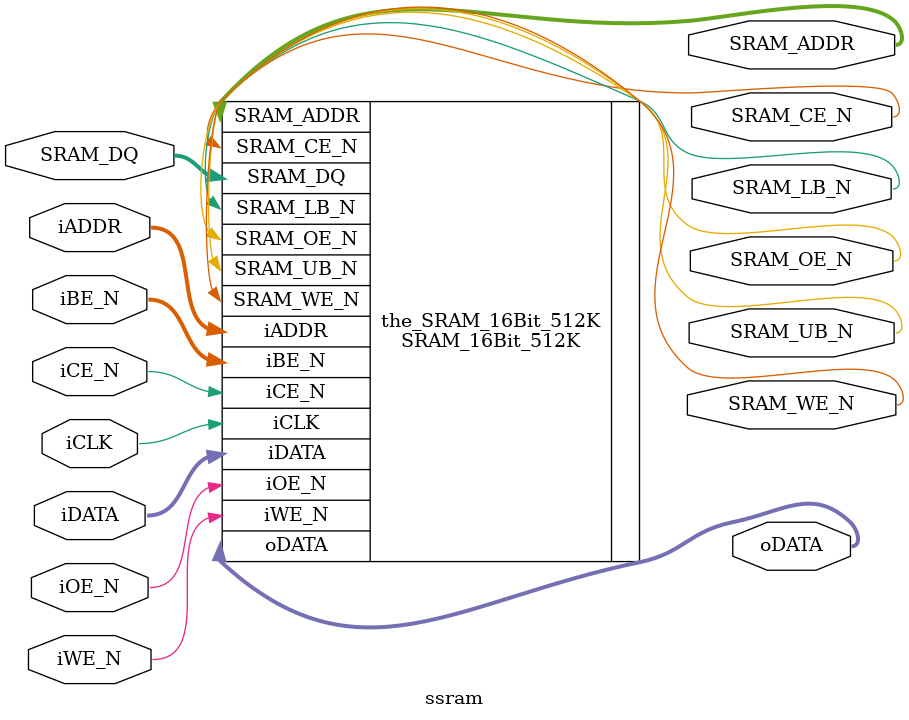
<source format=v>

`timescale 1ns / 1ps
// synthesis translate_on

// turn off superfluous verilog processor warnings 
// altera message_level Level1 
// altera message_off 10034 10035 10036 10037 10230 10240 10030 

module ssram (
               // inputs:
                iADDR,
                iBE_N,
                iCE_N,
                iCLK,
                iDATA,
                iOE_N,
                iWE_N,

               // outputs:
                SRAM_ADDR,
                SRAM_CE_N,
                SRAM_DQ,
                SRAM_LB_N,
                SRAM_OE_N,
                SRAM_UB_N,
                SRAM_WE_N,
                oDATA
             )
;

  output  [ 17: 0] SRAM_ADDR;
  output           SRAM_CE_N;
  inout   [ 15: 0] SRAM_DQ;
  output           SRAM_LB_N;
  output           SRAM_OE_N;
  output           SRAM_UB_N;
  output           SRAM_WE_N;
  output  [ 15: 0] oDATA;
  input   [ 17: 0] iADDR;
  input   [  1: 0] iBE_N;
  input            iCE_N;
  input            iCLK;
  input   [ 15: 0] iDATA;
  input            iOE_N;
  input            iWE_N;

  wire    [ 17: 0] SRAM_ADDR;
  wire             SRAM_CE_N;
  wire    [ 15: 0] SRAM_DQ;
  wire             SRAM_LB_N;
  wire             SRAM_OE_N;
  wire             SRAM_UB_N;
  wire             SRAM_WE_N;
  wire    [ 15: 0] oDATA;
  SRAM_16Bit_512K the_SRAM_16Bit_512K
    (
      .SRAM_ADDR (SRAM_ADDR),
      .SRAM_CE_N (SRAM_CE_N),
      .SRAM_DQ   (SRAM_DQ),
      .SRAM_LB_N (SRAM_LB_N),
      .SRAM_OE_N (SRAM_OE_N),
      .SRAM_UB_N (SRAM_UB_N),
      .SRAM_WE_N (SRAM_WE_N),
      .iADDR     (iADDR),
      .iBE_N     (iBE_N),
      .iCE_N     (iCE_N),
      .iCLK      (iCLK),
      .iDATA     (iDATA),
      .iOE_N     (iOE_N),
      .iWE_N     (iWE_N),
      .oDATA     (oDATA)
    );


endmodule


</source>
